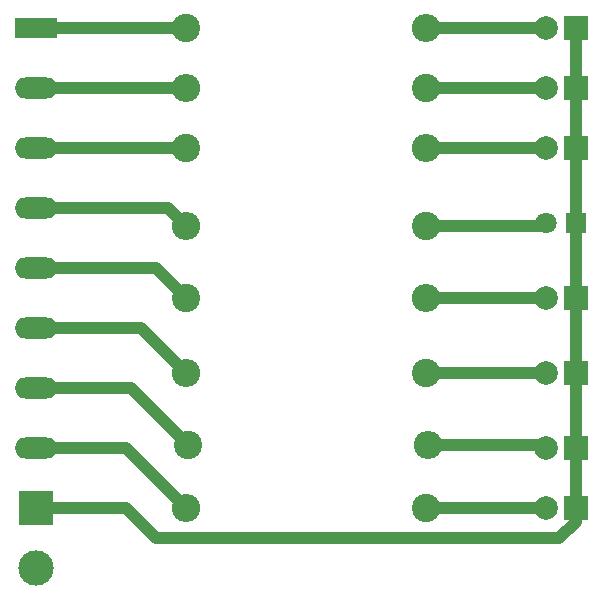
<source format=gbl>
G04 #@! TF.GenerationSoftware,KiCad,Pcbnew,(5.1.2)-2*
G04 #@! TF.CreationDate,2019-08-22T14:59:00+07:00*
G04 #@! TF.ProjectId,led_testing,6c65645f-7465-4737-9469-6e672e6b6963,rev?*
G04 #@! TF.SameCoordinates,Original*
G04 #@! TF.FileFunction,Copper,L2,Bot*
G04 #@! TF.FilePolarity,Positive*
%FSLAX46Y46*%
G04 Gerber Fmt 4.6, Leading zero omitted, Abs format (unit mm)*
G04 Created by KiCad (PCBNEW (5.1.2)-2) date 2019-08-22 14:59:00*
%MOMM*%
%LPD*%
G04 APERTURE LIST*
%ADD10C,2.000000*%
%ADD11R,2.000000X2.000000*%
%ADD12C,1.800000*%
%ADD13R,1.800000X1.800000*%
%ADD14O,3.600000X1.800000*%
%ADD15R,3.600000X1.800000*%
%ADD16C,3.000000*%
%ADD17R,3.000000X3.000000*%
%ADD18O,2.400000X2.400000*%
%ADD19C,2.400000*%
%ADD20C,1.000000*%
%ADD21C,0.250000*%
%ADD22C,0.500000*%
G04 APERTURE END LIST*
D10*
X93980000Y-177800000D03*
D11*
X96520000Y-177800000D03*
X96520000Y-172720000D03*
D10*
X93980000Y-172720000D03*
X93980000Y-166370000D03*
D11*
X96520000Y-166370000D03*
X96520000Y-160020000D03*
D10*
X93980000Y-160020000D03*
D12*
X93980000Y-153670000D03*
D13*
X96520000Y-153670000D03*
D11*
X96520000Y-147320000D03*
D10*
X93980000Y-147320000D03*
X93980000Y-142240000D03*
D11*
X96520000Y-142240000D03*
X96520000Y-137160000D03*
D10*
X93980000Y-137160000D03*
D14*
X50800000Y-172720000D03*
X50800000Y-167640000D03*
X50800000Y-162560000D03*
X50800000Y-157480000D03*
X50800000Y-152400000D03*
X50800000Y-147320000D03*
X50800000Y-142240000D03*
D15*
X50800000Y-137160000D03*
D16*
X50800000Y-182880000D03*
D17*
X50800000Y-177800000D03*
D18*
X63500000Y-177800000D03*
D19*
X83820000Y-177800000D03*
X63705001Y-172465001D03*
D18*
X84025001Y-172465001D03*
X63500000Y-166370000D03*
D19*
X83820000Y-166370000D03*
X63500000Y-160020000D03*
D18*
X83820000Y-160020000D03*
X63500000Y-153885001D03*
D19*
X83820000Y-153885001D03*
X63500000Y-147320000D03*
D18*
X83820000Y-147320000D03*
X63500000Y-142240000D03*
D19*
X83820000Y-142240000D03*
X63500000Y-137160000D03*
D18*
X83820000Y-137160000D03*
D20*
X83820000Y-177800000D02*
X93980000Y-177800000D01*
X50800000Y-177800000D02*
X58420000Y-177800000D01*
X58420000Y-177800000D02*
X60960000Y-180340000D01*
D21*
X96520000Y-178950000D02*
X96520000Y-177800000D01*
D20*
X95130000Y-180340000D02*
X96520000Y-178950000D01*
X60960000Y-180340000D02*
X95130000Y-180340000D01*
X96520000Y-137160000D02*
X96520000Y-142240000D01*
X96520000Y-142240000D02*
X96520000Y-147320000D01*
X96520000Y-147320000D02*
X96520000Y-153670000D01*
X96520000Y-153670000D02*
X96520000Y-160020000D01*
X96520000Y-160020000D02*
X96520000Y-166370000D01*
X96520000Y-166370000D02*
X96520000Y-172720000D01*
X96520000Y-172720000D02*
X96520000Y-177800000D01*
D22*
X93725001Y-172465001D02*
X93980000Y-172720000D01*
D20*
X84025001Y-172465001D02*
X93725001Y-172465001D01*
X83820000Y-166370000D02*
X93980000Y-166370000D01*
X83820000Y-160020000D02*
X93980000Y-160020000D01*
D22*
X93764999Y-153885001D02*
X93980000Y-153670000D01*
D20*
X83820000Y-153885001D02*
X93764999Y-153885001D01*
X83820000Y-147320000D02*
X93980000Y-147320000D01*
X83820000Y-142240000D02*
X93980000Y-142240000D01*
X83820000Y-137160000D02*
X93980000Y-137160000D01*
X58420000Y-172720000D02*
X63500000Y-177800000D01*
X50800000Y-172720000D02*
X58420000Y-172720000D01*
X58880000Y-167640000D02*
X63705001Y-172465001D01*
X50800000Y-167640000D02*
X58880000Y-167640000D01*
X59690000Y-162560000D02*
X63500000Y-166370000D01*
X50800000Y-162560000D02*
X59690000Y-162560000D01*
X60960000Y-157480000D02*
X63500000Y-160020000D01*
X50800000Y-157480000D02*
X60960000Y-157480000D01*
X62014999Y-152400000D02*
X63500000Y-153885001D01*
X50800000Y-152400000D02*
X62014999Y-152400000D01*
X50800000Y-147320000D02*
X63500000Y-147320000D01*
X50800000Y-142240000D02*
X63500000Y-142240000D01*
X50800000Y-137160000D02*
X63500000Y-137160000D01*
M02*

</source>
